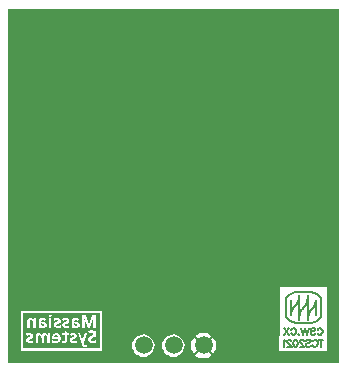
<source format=gbl>
%FSTAX23Y23*%
%MOIN*%
%SFA1B1*%

%IPPOS*%
%ADD27C,0.019680*%
%ADD29C,0.005910*%
%ADD30C,0.196850*%
%ADD31R,0.196850X0.039370*%
%ADD32C,0.059060*%
%LNcsgb-1*%
%LPD*%
G36*
X01102Y01003D02*
D01*
Y00929*
Y00803*
Y00728*
Y0*
X0*
Y00728*
Y01003*
Y01181*
X01102*
Y01003*
G37*
%LNcsgb-2*%
%LPC*%
G36*
X00651Y001D02*
X0064Y00099D01*
X0063Y00095*
X00624Y0009*
X00651Y00064*
X00677Y0009*
X00672Y00095*
X00661Y00099*
X00651Y001*
G37*
G36*
X00312Y00175D02*
X00041D01*
Y00041*
X00312*
Y00175*
G37*
G36*
X01062Y00255D02*
X00905D01*
Y0013*
X00905*
Y00092*
X00904*
Y00041*
X00905*
Y00039*
X01062*
Y00041*
X01063*
Y00092*
X01063*
Y0013*
X01062*
Y00255*
G37*
G36*
X00683Y00085D02*
X00656Y00059D01*
X00683Y00032*
X00687Y00038*
X00691Y00048*
X00692Y00059*
X00691Y00069*
X00687Y00079*
X00683Y00085*
G37*
G36*
X00619D02*
X00615Y00079D01*
X0061Y00069*
X00609Y00059*
X0061Y00048*
X00615Y00038*
X00619Y00032*
X00645Y00059*
X00619Y00085*
G37*
G36*
X00551Y00096D02*
X00541Y00095D01*
X00532Y00091*
X00524Y00085*
X00518Y00077*
X00514Y00068*
X00513Y00059*
X00514Y00049*
X00518Y0004*
X00524Y00032*
X00532Y00026*
X00541Y00022*
X00551Y00021*
X0056Y00022*
X0057Y00026*
X00577Y00032*
X00583Y0004*
X00587Y00049*
X00588Y00059*
X00587Y00068*
X00583Y00077*
X00577Y00085*
X0057Y00091*
X0056Y00095*
X00551Y00096*
G37*
G36*
X00451D02*
X00441Y00095D01*
X00432Y00091*
X00424Y00085*
X00418Y00077*
X00414Y00068*
X00413Y00059*
X00414Y00049*
X00418Y0004*
X00424Y00032*
X00432Y00026*
X00441Y00022*
X00451Y00021*
X0046Y00022*
X0047Y00026*
X00477Y00032*
X00483Y0004*
X00487Y00049*
X00488Y00059*
X00487Y00068*
X00483Y00077*
X00477Y00085*
X0047Y00091*
X0046Y00095*
X00451Y00096*
G37*
G36*
X00651Y00053D02*
X00624Y00027D01*
X0063Y00022*
X0064Y00018*
X00651Y00017*
X00661Y00018*
X00672Y00022*
X00677Y00027*
X00651Y00053*
G37*
G36*
X0006Y00096D02*
Y00095D01*
Y00096*
G37*
G36*
Y00094D02*
Y00093D01*
Y00094*
G37*
G36*
Y00093D02*
Y00091D01*
Y00093*
G37*
G36*
Y00091D02*
Y00089D01*
Y00091*
G37*
G36*
X00205Y00087D02*
Y00087D01*
Y00087*
G37*
G36*
X0006Y00089D02*
Y00087D01*
Y00089*
G37*
G36*
Y00087D02*
Y00086D01*
Y00087*
G37*
G36*
X00205Y00086D02*
Y00086D01*
Y00086*
G37*
G36*
X0006Y00086D02*
Y00086D01*
Y00086*
G37*
G36*
Y00086D02*
Y00084D01*
Y00086*
G37*
G36*
X00205Y00084D02*
Y00083D01*
Y00084*
G37*
G36*
X0006Y00084D02*
Y00083D01*
Y00084*
G37*
G36*
Y00083D02*
Y00081D01*
Y00083*
G37*
G36*
X00205Y00079D02*
Y00079D01*
Y00079*
G37*
G36*
X0006Y00081D02*
Y00079D01*
Y00081*
G37*
G36*
Y00079D02*
Y00077D01*
Y00079*
G37*
%LNcsgb-3*%
%LPD*%
G36*
X00305Y00118D02*
Y00049D01*
X00049*
Y00118*
Y00167*
X00305*
Y00118*
G37*
%LNcsgb-4*%
%LPC*%
G36*
X00145Y00162D02*
Y00158D01*
X00145Y00159*
X00145Y00159*
X00144Y0016*
X00144Y0016*
X00144Y00161*
X00143Y00161*
X00143Y00161*
X00143Y00161*
X00143Y00161*
X00142Y00162*
X00142Y00162*
X00141Y00162*
X00141Y00162*
X0014*
X00139Y00162*
X00139*
X00138Y00162*
X00137Y00161*
X00137Y00161*
X00137Y00161*
X00137Y00161*
X00136Y00161*
X00136Y0016*
X00136Y0016*
X00136Y00159*
X00135Y00159*
X00135Y00158*
Y00157*
X00135Y00157*
X00136Y00156*
X00136Y00156*
X00136Y00155*
X00136Y00155*
X00137Y00154*
X00137Y00154*
X00137Y00154*
X00137Y00154*
X00138Y00154*
X00138Y00154*
X00139Y00154*
X00139Y00154*
X0014Y00153*
X0014*
X00141Y00154*
X00141Y00154*
X00142Y00154*
X00143Y00154*
X00143Y00154*
X00144Y00155*
X00144Y00155*
X00144Y00155*
X00144Y00155*
X00144Y00156*
X00145Y00156*
X00145Y00157*
X00145Y00158*
Y00162*
G37*
G36*
X00225Y0015D02*
X00223D01*
X00223Y0015*
X00222*
X00222Y0015*
X0022Y0015*
X00219Y0015*
X00217Y00149*
X00216Y00148*
X00214Y00147*
X00214*
X00214Y00147*
X00214Y00147*
X00213Y00146*
X00212Y00145*
X00212Y00144*
X00211Y00143*
X00211Y00141*
X00211Y0014*
Y00118*
X00217*
X00218Y00122*
X00219*
X00219Y00122*
X00219Y00122*
X00219Y00121*
X0022Y00121*
X00221Y0012*
X00221Y0012*
X00222Y00119*
X00223Y00119*
X00223Y00119*
X00223Y00118*
X00224Y00118*
X00224Y00118*
X00225Y00118*
X00226Y00118*
X00228Y00118*
X00229Y00118*
X0023*
X0023Y00118*
X00231Y00118*
X00232Y00118*
X00233Y00118*
X00234Y00119*
X00235Y00119*
X00236Y0012*
X00236Y0012*
X00237Y0012*
X00237Y00121*
X00237Y00122*
X00238Y00123*
X00238Y00124*
X00239Y00126*
X00239Y00127*
Y00128*
Y00128*
X00239Y00128*
X00239Y00129*
X00238Y0013*
X00238Y00131*
X00237Y00133*
X00237Y00134*
X00236Y00134*
X00235Y00135*
X00235*
X00235Y00135*
X00235Y00135*
X00235Y00135*
X00234Y00135*
X00234Y00136*
X00233Y00136*
X00233Y00136*
X00232Y00136*
X00231Y00137*
X0023Y00137*
X00229Y00137*
X00228Y00137*
X00227Y00137*
X00226Y00137*
X00225Y00138*
X00219Y00138*
Y00139*
Y00139*
Y00139*
X00219Y0014*
X00219Y0014*
X0022Y00141*
X0022Y00142*
X0022Y00142*
X00221Y00143*
X00221Y00143*
X00221Y00143*
X00221Y00143*
X00222Y00143*
X00222Y00144*
X00223Y00144*
X00223Y00144*
X00224Y00144*
X00225*
X00226Y00144*
X00226Y00144*
X00227Y00144*
X00229Y00143*
X00229*
X00229Y00143*
X0023Y00143*
X0023Y00143*
X00231Y00142*
X00231Y00142*
X00233Y00142*
X00236Y00147*
X00236Y00147*
X00236Y00148*
X00235Y00148*
X00234Y00148*
X00233Y00148*
X00233Y00149*
X00231Y00149*
X0023Y00149*
X0023*
X0023Y00149*
X0023Y0015*
X00229Y0015*
X00228Y0015*
X00227Y0015*
X00226Y0015*
X00225Y0015*
G37*
G36*
X00115D02*
X00113D01*
X00113Y0015*
X00112*
X00112Y0015*
X0011Y0015*
X00109Y0015*
X00107Y00149*
X00106Y00148*
X00104Y00147*
X00104*
X00104Y00147*
X00104Y00147*
X00103Y00146*
X00102Y00145*
X00102Y00144*
X00101Y00143*
X00101Y00141*
X00101Y0014*
Y0014*
Y00118*
Y00118*
X00107*
X00108Y00122*
X00109*
X00109Y00122*
X00109Y00122*
X00109Y00121*
X0011Y00121*
X00111Y0012*
X00111Y0012*
X00112Y00119*
X00113Y00119*
X00113Y00119*
X00113Y00118*
X00114Y00118*
X00114Y00118*
X00115Y00118*
X00116Y00118*
X00118Y00118*
X00119Y00118*
X0012*
X0012Y00118*
X00121Y00118*
X00122Y00118*
X00123Y00118*
X00124Y00119*
X00125Y00119*
X00126Y0012*
X00126Y0012*
X00127Y0012*
X00127Y00121*
X00127Y00122*
X00128Y00123*
X00128Y00124*
X00129Y00126*
X00129Y00127*
Y00128*
X00129Y00128*
X00129Y00129*
X00128Y0013*
X00128Y00131*
X00127Y00133*
X00127Y00134*
X00126Y00134*
X00125Y00135*
X00125*
X00125Y00135*
X00125Y00135*
X00125Y00135*
X00124Y00135*
X00124Y00136*
X00123Y00136*
X00123Y00136*
X00122Y00136*
X00121Y00137*
X0012Y00137*
X00119Y00137*
X00118Y00137*
X00117Y00137*
X00116Y00137*
X00115Y00138*
X00109Y00138*
Y00139*
Y00139*
Y00139*
X00109Y0014*
X00109Y0014*
X0011Y00141*
X0011Y00142*
X0011Y00142*
X00111Y00143*
X00111Y00143*
X00111Y00143*
X00111Y00143*
X00111Y00143*
X00112Y00144*
X00113Y00144*
X00113Y00144*
X00114Y00144*
X00115*
X00116Y00144*
X00116Y00144*
X00117Y00144*
X00119Y00143*
X00119*
X00119Y00143*
X0012Y00143*
X0012Y00143*
X00121Y00142*
X00121Y00142*
X00123Y00142*
X00126Y00147*
X00126Y00147*
X00125Y00148*
X00125Y00148*
X00124Y00148*
X00123Y00148*
X00123Y00149*
X00121Y00149*
X0012Y00149*
X0012*
X0012Y00149*
X0012Y0015*
X00119Y0015*
X00118Y0015*
X00117Y0015*
X00116Y0015*
X00115Y0015*
G37*
G36*
X00291Y00159D02*
X00279D01*
X00269Y00128*
X00269*
X00258Y00159*
X00247*
Y00118*
X00291*
Y00159*
G37*
G36*
X00191Y0015D02*
X0018D01*
X0019*
X0019Y0015*
X00189Y0015*
X00188Y0015*
X00186Y0015*
X00186*
X00185Y00149*
X00185Y00149*
X00184Y00149*
X00183Y00149*
X00182Y00149*
X00181Y00148*
X0018Y00148*
X00183Y00141*
X00183Y00142*
X00183Y00142*
X00184Y00142*
X00184Y00142*
X00185Y00142*
X00186Y00143*
X00187Y00143*
X00187*
X00188Y00143*
X00188Y00143*
X00189Y00144*
X00189Y00144*
X0019Y00144*
X00191Y00144*
X00192*
X00193Y00144*
X00193Y00144*
X00194Y00143*
X00195Y00143*
X00195Y00142*
X00195Y00142*
X00195Y00142*
Y00142*
X00195Y00141*
X00195Y00141*
X00195Y0014*
X00195Y0014*
X00194Y0014*
X00194Y0014*
X00194Y0014*
X00193Y00139*
X00193Y00139*
X00193*
X00193Y00139*
X00192Y00139*
X00192Y00139*
X00191Y00138*
X0019Y00138*
X0019Y00138*
X00189Y00137*
X00188Y00137*
X00188Y00137*
X00188Y00137*
X00187Y00137*
X00186Y00136*
X00185Y00136*
X00184Y00135*
X00184Y00135*
X00184Y00135*
X00183Y00134*
X00183Y00134*
X00182Y00134*
X00182Y00133*
X00181Y00133*
X00181Y00132*
X00181Y00132*
X00181Y00132*
X00181Y00131*
X0018Y00131*
X0018Y0013*
X0018Y00129*
X0018Y00128*
X0018Y00127*
Y00127*
Y00127*
Y00127*
X0018Y00127*
X0018Y00126*
X0018Y00125*
X00181Y00123*
X00181Y00122*
X00182Y00121*
X00183Y00121*
X00183Y0012*
X00183*
X00183Y0012*
X00184Y0012*
X00184Y0012*
X00184Y00119*
X00185Y00119*
X00185Y00119*
X00186Y00119*
X00186Y00119*
X00187Y00118*
X00188Y00118*
X00189Y00118*
X0019Y00118*
X00191Y00118*
X00192Y00118*
X00194*
X00195Y00118*
X00196*
X00197Y00118*
X00198Y00118*
X00199Y00118*
X00199*
X00199Y00118*
X002Y00118*
X002Y00118*
X00201Y00118*
X00202Y00119*
X00204Y00119*
Y00126*
X00204Y00126*
X00203Y00126*
X00203Y00126*
X00202Y00126*
X00201Y00125*
X002Y00125*
X00199Y00125*
X00198Y00124*
X00198*
X00198Y00124*
X00197Y00124*
X00196Y00124*
X00196Y00124*
X00195Y00124*
X00193Y00124*
X00193*
X00192Y00124*
X00192*
X0019Y00124*
X0019Y00124*
X00189Y00124*
X00189Y00125*
X00189Y00125*
X00189Y00125*
X00188Y00126*
X00188Y00126*
X00188Y00126*
Y00127*
Y00127*
X00188Y00127*
X00188Y00127*
X00189Y00128*
X00189Y00128*
X00189Y00128*
X00189Y00129*
X0019Y00129*
X0019Y00129*
X00191Y00129*
X00191Y00129*
X00191Y0013*
X00191Y0013*
X00192Y0013*
X00192Y0013*
X00193Y00131*
X00194Y00131*
X00195Y00131*
X00195Y00131*
X00196Y00132*
X00196Y00132*
X00197Y00132*
X00198Y00133*
X00199Y00133*
X00199Y00134*
X002Y00134*
X002Y00134*
X002Y00134*
X00201Y00134*
X00201Y00135*
X00202Y00135*
X00202Y00136*
X00202Y00136*
X00203Y00137*
X00203Y00137*
X00203Y00137*
X00203Y00138*
X00203Y00138*
X00203Y00139*
X00204Y0014*
X00204Y0014*
X00204Y00141*
Y00142*
Y00142*
X00204Y00142*
X00204Y00143*
X00203Y00144*
X00203Y00145*
X00202Y00146*
X00201Y00147*
X00201Y00148*
X002Y00148*
X002*
X002Y00148*
X002Y00148*
X002Y00148*
X00199Y00148*
X00199Y00149*
X00198Y00149*
X00197Y00149*
X00195Y0015*
X00193Y0015*
X00191Y0015*
G37*
G36*
X00144Y0015D02*
X00136D01*
Y00118*
X00145*
X00144*
Y0015*
G37*
G36*
X00092Y0015D02*
X00063D01*
X00073*
X00073Y0015*
X00073*
X00072Y0015*
X00071Y0015*
X0007Y00149*
X00068Y00149*
X00067Y00148*
X00066Y00147*
X00066Y00147*
X00065Y00147*
X00065Y00146*
X00064Y00145*
X00064Y00144*
X00063Y00143*
X00063Y00143*
X00063Y00142*
X00063Y00141*
X00063Y0014*
Y00118*
X00071*
Y00136*
Y00137*
Y00137*
Y00137*
X00071Y00138*
X00071Y00138*
X00072Y00139*
X00072Y0014*
X00072Y00141*
X00073Y00142*
X00073Y00142*
X00073Y00142*
X00073Y00142*
X00074Y00142*
X00074Y00143*
X00075Y00143*
X00075Y00143*
X00076Y00143*
X00077*
X00077Y00143*
X00078Y00143*
X00079Y00143*
X00079Y00143*
X0008Y00142*
X00081Y00141*
X00082Y00141*
X00082Y0014*
X00082Y0014*
X00082Y00139*
X00082Y00139*
X00083Y00138*
X00083Y00136*
X00083Y00135*
X00083Y00133*
Y00118*
X00092*
Y0015*
X00085*
X00084Y00146*
X00084*
X00084Y00146*
X00083Y00146*
X00083Y00146*
X00083Y00147*
X00082Y00147*
X00081Y00148*
X0008Y00149*
X00079Y00149*
X00079Y00149*
X00079Y00149*
X00078Y00149*
X00078Y0015*
X00077Y0015*
X00076Y0015*
X00075Y0015*
X00074Y0015*
X00092*
G37*
G36*
X00163D02*
X00151D01*
X00162*
X00161Y0015*
X0016Y0015*
X00159Y0015*
X00157Y0015*
X00157*
X00157Y00149*
X00156Y00149*
X00155Y00149*
X00154Y00149*
X00153Y00149*
X00152Y00148*
X00151Y00148*
X00154Y00141*
X00154Y00142*
X00154Y00142*
X00155Y00142*
X00156Y00142*
X00156Y00142*
X00157Y00143*
X00159Y00143*
X00159*
X00159Y00143*
X00159Y00143*
X0016Y00144*
X0016Y00144*
X00161Y00144*
X00163Y00144*
X00163*
X00164Y00144*
X00165Y00144*
X00165Y00143*
X00166Y00143*
X00166Y00142*
X00166Y00142*
X00166Y00142*
Y00142*
X00166Y00141*
X00166Y00141*
X00166Y0014*
X00166Y0014*
X00166Y0014*
X00165Y0014*
X00165Y0014*
X00165Y00139*
X00164Y00139*
X00164*
X00164Y00139*
X00164Y00139*
X00163Y00139*
X00162Y00138*
X00162Y00138*
X00161Y00138*
X0016Y00137*
X0016Y00137*
X00159Y00137*
X00159Y00137*
X00158Y00137*
X00158Y00136*
X00157Y00136*
X00155Y00135*
X00155Y00135*
X00155Y00135*
X00155Y00134*
X00154Y00134*
X00154Y00134*
X00153Y00133*
X00153Y00133*
X00152Y00132*
X00152Y00132*
X00152Y00132*
X00152Y00131*
X00152Y00131*
X00152Y0013*
X00151Y00129*
X00151Y00128*
X00151Y00127*
Y00127*
X00151Y00127*
X00151Y00126*
X00152Y00125*
X00152Y00123*
X00153Y00122*
X00153Y00121*
X00154Y00121*
X00155Y0012*
X00155*
X00155Y0012*
X00155Y0012*
X00155Y0012*
X00155Y00119*
X00156Y00119*
X00156Y00119*
X00157Y00119*
X00158Y00119*
X00158Y00118*
X00159Y00118*
X0016Y00118*
X00161Y00118*
X00162Y00118*
X00163Y00118*
X00166*
X00167Y00118*
X00167*
X00168Y00118*
X00169Y00118*
X0017Y00118*
X0017*
X00171Y00118*
X00171Y00118*
X00172Y00118*
X00172Y00118*
X00173Y00119*
X00175Y00119*
Y00126*
X00175Y00126*
X00175Y00126*
X00174Y00126*
X00173Y00126*
X00173Y00125*
X00172Y00125*
X00171Y00125*
X0017Y00124*
X00169*
X00169Y00124*
X00168Y00124*
X00168Y00124*
X00167Y00124*
X00166Y00124*
X00164Y00124*
X00164*
X00163Y00124*
X00163*
X00162Y00124*
X00161Y00124*
X00161Y00124*
X00161Y00125*
X00161Y00125*
X0016Y00125*
X0016Y00126*
X0016Y00126*
X0016Y00126*
Y00127*
Y00127*
X0016Y00127*
X0016Y00127*
X0016Y00128*
X0016Y00128*
X0016Y00128*
X00161Y00129*
X00161Y00129*
X00161Y00129*
X00162Y00129*
X00162Y00129*
X00162Y0013*
X00163Y0013*
X00163Y0013*
X00164Y0013*
X00164Y00131*
X00165Y00131*
X00166Y00131*
X00167Y00131*
X00167Y00132*
X00167Y00132*
X00168Y00132*
X00169Y00133*
X0017Y00133*
X00171Y00134*
X00171Y00134*
X00171Y00134*
X00172Y00134*
X00172Y00134*
X00172Y00135*
X00173Y00135*
X00173Y00136*
X00174Y00136*
X00174Y00137*
X00174Y00137*
X00174Y00137*
X00174Y00138*
X00175Y00138*
X00175Y00139*
X00175Y0014*
X00175Y0014*
X00175Y00141*
Y00118*
Y00142*
X00175Y00142*
X00175Y00143*
X00175Y00144*
X00174Y00145*
X00174Y00146*
X00173Y00147*
X00172Y00148*
X00172Y00148*
X00172*
X00171Y00148*
X00171Y00148*
X00171Y00148*
X00171Y00148*
X0017Y00149*
X00169Y00149*
X00168Y00149*
X00166Y0015*
X00165Y0015*
X00163Y0015*
G37*
G36*
X00201Y00106D02*
Y00096D01*
X00196Y00099*
X00194Y00106*
X00189*
Y00099*
X0018*
Y00093*
X00189*
Y00077*
Y00077*
Y00077*
X00188Y00077*
X00188Y00076*
X00188Y00075*
X00188Y00075*
X00187Y00075*
X00187*
X00187Y00074*
X00187Y00074*
X00187Y00074*
X00186Y00074*
X00186Y00074*
X00185Y00074*
X00185Y00074*
X00184*
X00183Y00074*
X00182Y00074*
X00182*
X00182Y00074*
X00181Y00074*
X00181Y00074*
X0018Y00074*
X00179Y00075*
Y00106*
Y00067*
X00201*
Y00106*
G37*
G36*
X00071Y001D02*
X0006D01*
Y00096*
Y001*
X0007*
X0007Y00099*
X00069Y00099*
X00068Y00099*
X00066Y00099*
X00066*
X00065Y00099*
X00065Y00099*
X00064Y00099*
X00063Y00098*
X00062Y00098*
X00061Y00098*
X0006Y00097*
X00063Y00091*
X00063Y00091*
X00063Y00091*
X00064Y00091*
X00064Y00091*
X00065Y00092*
X00066Y00092*
X00067Y00093*
X00067*
X00068Y00093*
X00068Y00093*
X00069Y00093*
X00069Y00093*
X0007Y00093*
X00072Y00093*
X00072*
X00073Y00093*
X00073Y00093*
X00074Y00093*
X00075Y00092*
X00075Y00092*
X00075Y00092*
X00075Y00091*
Y00091*
X00075Y00091*
X00075Y0009*
X00075Y0009*
X00075Y0009*
X00074Y00089*
X00074Y00089*
X00074Y00089*
X00073Y00089*
X00073Y00088*
X00073*
X00073Y00088*
X00072Y00088*
X00072Y00088*
X00071Y00088*
X00071Y00087*
X0007Y00087*
X00069Y00087*
X00069Y00087*
X00068Y00086*
X00068Y00086*
X00067Y00086*
X00066Y00086*
X00066Y00085*
X00064Y00084*
X00064Y00084*
X00064Y00084*
X00063Y00084*
X00063Y00083*
X00062Y00083*
X00062Y00083*
X00062Y00082*
X00061Y00081*
X00061Y00081*
X00061Y00081*
X00061Y00081*
X00061Y0008*
X0006Y00079*
X0006Y00079*
X0006Y00078*
X0006Y00077*
Y00077*
Y00067*
Y00076*
X0006Y00076*
X0006Y00075*
X0006Y00074*
X00061Y00073*
X00061Y00072*
X00062Y0007*
X00063Y0007*
X00063Y00069*
X00063*
X00063Y00069*
X00064Y00069*
X00064Y00069*
X00064Y00069*
X00065Y00069*
X00065Y00068*
X00066Y00068*
X00067Y00068*
X00067Y00068*
X00068Y00068*
X00069Y00067*
X0007Y00067*
X00071Y00067*
X00072Y00067*
X0006*
X00075*
X00084*
X00075*
X00075Y00067*
X00076*
X00077Y00067*
X00078Y00067*
X00079Y00067*
X00079*
X0008Y00067*
X0008Y00067*
X00081Y00068*
X00081Y00068*
X00082Y00068*
X00084Y00069*
Y00076*
X00084Y00076*
X00083Y00076*
X00083Y00075*
X00082Y00075*
X00081Y00075*
X0008Y00075*
X00079Y00074*
X00078Y00074*
X00078*
X00078Y00074*
X00077Y00074*
X00077Y00074*
X00076Y00073*
X00075Y00073*
X00073Y00073*
X00073*
X00072Y00073*
X00072*
X00071Y00073*
X0007Y00074*
X0007Y00074*
X00069Y00074*
X00069Y00074*
X00069Y00074*
X00069Y00075*
X00069Y00075*
X00068Y00076*
Y00076*
Y00076*
X00069Y00076*
X00069Y00077*
X00069Y00077*
X00069Y00077*
X00069Y00078*
X0007Y00078*
X0007Y00078*
X0007Y00078*
X00071Y00079*
X00071Y00079*
X00071Y00079*
X00071Y00079*
X00072Y00079*
X00073Y0008*
X00073Y0008*
X00074Y0008*
X00075Y00081*
X00075Y00081*
X00076Y00081*
X00076Y00081*
X00077Y00082*
X00078Y00082*
X00079Y00082*
X00079Y00083*
X0008Y00083*
X0008Y00083*
X0008Y00084*
X00081Y00084*
X00081Y00084*
X00082Y00085*
X00082Y00085*
X00083Y00086*
X00083Y00086*
X00083Y00086*
X00083Y00087*
X00083Y00087*
X00083Y00088*
X00084Y00088*
X00084Y00089*
X00084Y0009*
X00084Y00091*
Y00091*
X00084Y00092*
X00084Y00092*
X00083Y00093*
X00083Y00094*
X00082Y00095*
X00082Y00096*
X00081Y00097*
X0008Y00097*
X0008*
X0008Y00097*
X0008Y00098*
X0008Y00098*
X0008Y00098*
X00079Y00098*
X00078Y00098*
X00077Y00099*
X00075Y00099*
X00073Y00099*
X00071Y001*
G37*
G36*
X00264Y00099D02*
X00254D01*
X00255*
X00249Y00081*
Y00081*
X00249Y00081*
X00249Y00081*
X00249Y0008*
X00248Y0008*
X00248Y00079*
Y00078*
X00248Y00078*
Y00078*
X00248Y00078*
X00248Y00077*
X00248Y00076*
X00248*
Y00076*
Y00076*
X00247Y00076*
X00247Y00077*
X00247Y00078*
X00247Y00079*
Y00079*
X00247Y00079*
X00247Y00079*
X00247Y00079*
X00247Y0008*
X00246Y00081*
X0024Y00099*
X00231*
X00245Y00063*
Y00063*
X00245Y00063*
X00245Y00063*
X00245Y00063*
X00245Y00062*
X00246Y00061*
X00247Y0006*
X00248Y00058*
X00249Y00057*
X0025Y00056*
X0025*
X0025Y00056*
X0025Y00056*
X00251Y00055*
X00252Y00055*
X00253Y00054*
X00255Y00054*
X00256Y00054*
X00258Y00054*
X00264*
X00259*
X0026Y00054*
X0026Y00054*
X0026*
X00261Y00054*
X00262Y00054*
X00262Y00054*
Y00061*
X00262*
X00262Y00061*
X00261Y00061*
X00261Y00061*
X00261*
X0026Y00061*
X0026Y00061*
X00258*
X00258Y00061*
X00257Y00061*
X00257Y00061*
X00256Y00061*
X00255Y00062*
X00254Y00062*
X00254Y00062*
X00254Y00062*
X00254Y00063*
X00254Y00063*
X00253Y00064*
X00253Y00065*
X00253Y00065*
X00252Y00066*
X00252Y00068*
X00264Y00099*
G37*
G36*
X00293Y00109D02*
Y00077D01*
X00293Y00077*
X00293Y00077*
X00292Y00077*
X00292Y00077*
X00291Y00076*
X0029Y00076*
X00288Y00076*
X00287Y00075*
X00287*
X00287Y00075*
X00287Y00075*
X00286Y00075*
X00285Y00075*
X00284Y00074*
X00283Y00074*
X00282Y00074*
X00281Y00074*
X0028*
X0028Y00074*
X00279Y00074*
X00278Y00074*
X00278Y00075*
X00277Y00075*
X00276Y00075*
X00276Y00075*
X00276Y00076*
X00276Y00076*
X00276Y00076*
X00275Y00077*
X00275Y00077*
X00275Y00078*
X00275Y00078*
Y00079*
Y00079*
X00275Y00079*
X00275Y00079*
X00275Y0008*
X00275Y0008*
X00276Y00081*
X00276Y00081*
X00276Y00081*
X00276Y00081*
X00277Y00082*
X00277Y00082*
X00277Y00082*
X00278Y00082*
X00278Y00083*
X00279Y00083*
X00279Y00083*
X00279Y00083*
X0028Y00084*
X0028Y00084*
X00281Y00084*
X00281Y00084*
X00282Y00085*
X00283Y00085*
X00283*
X00283Y00085*
X00284Y00086*
X00284Y00086*
X00284Y00086*
X00285Y00086*
X00286Y00087*
X00286Y00087*
X00286Y00087*
X00287Y00087*
X00287Y00087*
X00288Y00088*
X00289Y00089*
X00289Y00089*
X0029Y00089*
X0029Y0009*
X0029Y0009*
X00291Y00091*
X00291Y00091*
X00292Y00092*
X00292Y00093*
X00292Y00093*
X00292Y00093*
X00292Y00093*
X00292Y00094*
X00293Y00095*
X00293Y00096*
X00293Y00097*
X00293Y00098*
Y00098*
Y00098*
Y00098*
X00293Y00099*
X00293Y00099*
X00293Y00099*
X00292Y00101*
X00292Y00102*
X00291Y00104*
X00291Y00104*
X0029Y00105*
X0029Y00106*
X00289Y00106*
X00289Y00106*
X00289Y00106*
X00289Y00106*
X00288Y00107*
X00288Y00107*
X00288Y00107*
X00287Y00107*
X00286Y00108*
X00286Y00108*
X00285Y00108*
X00283Y00109*
X00281Y00109*
X0028Y00109*
X00278*
X00278Y00109*
X00277*
X00276Y00109*
X00275Y00109*
X00274Y00109*
X00273Y00108*
X00273*
X00272Y00108*
X00272Y00108*
X00271Y00108*
X0027Y00108*
X00269Y00107*
X00268Y00107*
X00267Y00106*
X0027Y001*
X0027Y001*
X0027Y001*
X00271Y001*
X00271Y001*
X00272Y001*
X00273Y00101*
X00275Y00101*
X00275*
X00275Y00101*
X00275Y00102*
X00276Y00102*
X00277Y00102*
X00277Y00102*
X00279Y00102*
X0028*
X0028Y00102*
X00281Y00102*
X00281Y00102*
X00282Y00101*
X00282Y00101*
X00283Y00101*
X00283Y00101*
X00283Y00101*
X00283Y001*
X00284Y001*
X00284Y001*
X00284Y00099*
X00284Y00099*
X00284Y00098*
Y00098*
Y00097*
X00284Y00097*
X00284Y00097*
X00284Y00096*
X00284Y00095*
X00283Y00095*
X00282Y00094*
X00282Y00094*
X00282Y00094*
X00282Y00094*
X00281Y00093*
X0028Y00093*
X00279Y00093*
X00278Y00092*
X00277Y00091*
X00276*
X00276Y00091*
X00276Y00091*
X00275Y00091*
X00275Y0009*
X00274Y0009*
X00273Y00089*
X00272Y00089*
X00271Y00088*
X00271Y00088*
X00271Y00088*
X0027Y00087*
X0027Y00087*
X00269Y00086*
X00269Y00086*
X00268Y00085*
X00268Y00084*
X00268Y00084*
X00267Y00084*
X00267Y00083*
X00267Y00083*
X00267Y00082*
X00267Y00081*
X00267Y0008*
X00266Y00079*
Y00079*
Y00078*
X00267Y00078*
X00267Y00078*
X00267Y00077*
X00267Y00076*
X00267Y00074*
X00268Y00073*
X00269Y00072*
X00269Y00071*
X0027Y00071*
X0027Y0007*
X00271*
X00271Y0007*
X00271Y0007*
X00271Y0007*
X00272Y00069*
X00272Y00069*
X00273Y00069*
X00273Y00069*
X00274Y00068*
X00275Y00068*
X00276Y00068*
X00277Y00067*
X00278Y00067*
X00279Y00067*
X0028Y00067*
X00282Y00067*
X00266*
X00293*
X00282*
X00283Y00067*
X00283*
X00284Y00067*
X00285Y00067*
X00286Y00067*
X00287Y00068*
X00289Y00068*
X00291Y00069*
X00293Y00069*
Y00109*
G37*
G36*
X0016Y001D02*
X00146D01*
Y00067*
Y00081*
X00166*
Y00081*
Y00081*
X00166Y00081*
X00166Y0008*
X00166Y00079*
X00166Y00078*
X00165Y00077*
X00165Y00076*
X00164Y00075*
X00164Y00075*
X00164Y00075*
X00163Y00075*
X00162Y00074*
X00162Y00074*
X00161Y00074*
X0016Y00073*
X00158Y00073*
X00157*
X00156Y00073*
X00156Y00073*
X00155Y00074*
X00153Y00074*
X00153*
X00152Y00074*
X00152Y00074*
X00151Y00074*
X0015Y00075*
X0015Y00075*
X00148Y00076*
Y00069*
X00148Y00069*
X00148Y00069*
X00148Y00069*
X00149Y00068*
X0015Y00068*
X00151Y00068*
X00153Y00067*
X00153*
X00153Y00067*
X00154Y00067*
X00154Y00067*
X00155Y00067*
X00156Y00067*
X00157Y00067*
X00146*
X00175*
X0016*
X0016Y00067*
X0016*
X00162Y00067*
X00163Y00067*
X00164Y00068*
X00166Y00068*
X00167Y00069*
X00167*
X00167Y00069*
X00168Y00069*
X00168Y00069*
X00169Y0007*
X0017Y00071*
X00171Y00072*
X00172Y00073*
X00173Y00074*
Y00074*
X00173Y00074*
X00173Y00074*
X00173Y00075*
X00173Y00075*
X00173Y00075*
X00174Y00076*
X00174Y00078*
X00175Y00079*
X00175Y00081*
X00175Y00083*
Y00084*
X00175Y00084*
Y00085*
X00175Y00086*
X00174Y00088*
X00174Y00089*
X00174Y00091*
X00173Y00092*
Y00092*
X00173Y00092*
X00173Y00093*
X00172Y00093*
X00172Y00094*
X00171Y00095*
X0017Y00096*
X00169Y00097*
X00168Y00098*
X00168*
X00168Y00098*
X00167Y00098*
X00166Y00098*
X00165Y00099*
X00164Y00099*
X00163Y00099*
X00162Y00099*
X0016Y001*
G37*
G36*
X00139D02*
X00091D01*
Y00067*
X00107*
X00099*
Y00086*
Y00086*
Y00086*
Y00086*
X001Y00087*
X001Y00087*
X001Y00088*
X001Y00089*
X00101Y0009*
X00101Y00091*
X00101Y00092*
X00102Y00092*
X00103Y00092*
X00103Y00093*
X00104Y00093*
X00105*
X00105Y00093*
X00106Y00092*
X00107Y00092*
X00108Y00092*
X00108Y00091*
X00109Y0009*
X00109Y0009*
X00109Y0009*
X00109Y00089*
X0011Y00088*
X0011Y00087*
X0011Y00086*
X0011Y00085*
X00111Y00083*
Y00067*
X00122*
X00119*
Y00086*
Y00086*
Y00086*
Y00086*
X00119Y00087*
X00119Y00087*
X00119Y00088*
X0012Y00089*
X0012Y0009*
X00121Y00091*
X00121Y00092*
X00122Y00092*
X00122Y00092*
X00123Y00093*
X00124Y00093*
X00124*
X00124Y00093*
X00125Y00093*
X00126Y00092*
X00127Y00092*
X00127Y00092*
X00128Y00091*
X00129Y0009*
X00129Y0009*
X00129Y00089*
X00129Y00089*
X00129Y00088*
X0013Y00087*
X0013Y00086*
X0013Y00084*
X0013Y00082*
Y00067*
X00139*
Y00099*
X00132*
X00131Y00095*
X00131*
X0013Y00095*
X0013Y00095*
X0013Y00096*
X0013Y00096*
X00129Y00097*
X00128Y00097*
X00127Y00098*
X00127Y00098*
X00126Y00099*
X00126Y00099*
X00126Y00099*
X00125Y00099*
X00124Y00099*
X00123Y00099*
X00122Y00099*
X00121Y001*
X00139*
G37*
G36*
X00216D02*
X00215D01*
X00214Y00099*
X00214Y00099*
X00213Y00099*
X00211Y00099*
X0021*
X0021Y00099*
X0021Y00099*
X00209Y00099*
X00208Y00098*
X00207Y00098*
X00206Y00098*
X00205Y00097*
X00208Y00091*
X00208Y00091*
X00208Y00091*
X00209Y00091*
X00209Y00091*
X0021Y00092*
X00211Y00092*
X00212Y00093*
X00212*
X00213Y00093*
X00213Y00093*
X00213Y00093*
X00214Y00093*
X00215Y00093*
X00216Y00093*
X00217*
X00217Y00093*
X00218Y00093*
X00219Y00093*
X00219Y00092*
X0022Y00092*
X0022Y00092*
X0022Y00091*
Y00091*
X0022Y00091*
X0022Y0009*
X0022Y0009*
X0022Y0009*
X00219Y00089*
X00219Y00089*
X00219Y00089*
X00218Y00089*
X00218Y00088*
X00218*
X00217Y00088*
X00217Y00088*
X00217Y00088*
X00216Y00088*
X00215Y00087*
X00214Y00087*
X00214Y00087*
X00213Y00087*
X00213Y00086*
X00213Y00086*
X00212Y00086*
X00211Y00086*
X0021Y00085*
X00209Y00084*
X00209Y00084*
X00209Y00084*
X00208Y00084*
X00208Y00083*
X00207Y00083*
X00207Y00083*
X00206Y00082*
X00206Y00081*
X00206Y00081*
X00206Y00081*
X00206Y00081*
X00205Y0008*
X00205Y00079*
X00205Y00079*
X00205Y00078*
X00205Y00077*
Y00076*
X00205Y00076*
X00205Y00075*
X00205Y00074*
X00206Y00073*
X00206Y00072*
X00207Y0007*
X00208Y0007*
X00208Y00069*
X00208*
X00208Y00069*
X00208Y00069*
X00209Y00069*
X00209Y00069*
X0021Y00069*
X0021Y00068*
X00211Y00068*
X00211Y00068*
X00212Y00068*
X00213Y00068*
X00214Y00067*
X00215Y00067*
X00216Y00067*
X00217Y00067*
X00205*
X00229*
Y00091*
X00229Y00092*
X00228Y00092*
X00228Y00093*
X00228Y00094*
X00227Y00095*
X00226Y00096*
X00226Y00097*
X00225Y00097*
X00225*
X00225Y00097*
X00225Y00098*
X00225Y00098*
X00224Y00098*
X00224Y00098*
X00223Y00098*
X00222Y00099*
X0022Y00099*
X00218Y00099*
X00216Y001*
G37*
%LNcsgb-5*%
%LPD*%
G36*
X00223Y00133D02*
X00223D01*
X00223Y00132*
X00224Y00132*
X00225Y00132*
X00226Y00132*
X00227Y00132*
X00228Y00131*
X00228Y00131*
X00229Y00131*
X00229Y00131*
X00229Y0013*
X00229Y0013*
X0023Y0013*
X0023Y00129*
X0023Y00128*
X0023Y00127*
Y00127*
Y00127*
X0023Y00127*
X0023Y00126*
X0023Y00126*
X0023Y00125*
X00229Y00125*
X00229Y00125*
X00229*
X00229Y00124*
X00228Y00124*
X00228Y00124*
X00228Y00124*
X00227Y00124*
X00227Y00124*
X00226Y00124*
X00225*
X00225Y00124*
X00224Y00124*
X00224Y00124*
X00223Y00124*
X00222Y00125*
X00221Y00125*
X00221Y00125*
X00221Y00126*
X00221Y00126*
X0022Y00127*
X0022Y00127*
X0022Y00128*
X00219Y00129*
X00219Y0013*
Y00133*
X00223Y00133*
G37*
G36*
X00113D02*
X00113D01*
X00113Y00132*
X00114Y00132*
X00115Y00132*
X00116Y00132*
X00117Y00132*
X00118Y00131*
X00118Y00131*
X00118Y00131*
X00119Y00131*
X00119Y0013*
X00119Y0013*
X0012Y0013*
X0012Y00129*
X0012Y00128*
X0012Y00127*
Y00127*
Y00127*
X0012Y00127*
X0012Y00126*
X0012Y00126*
X0012Y00125*
X00119Y00125*
X00119Y00125*
X00119*
X00119Y00124*
X00118Y00124*
X00118Y00124*
X00118Y00124*
X00117Y00124*
X00117Y00124*
X00116Y00124*
X00115*
X00115Y00124*
X00114Y00124*
X00114Y00124*
X00113Y00124*
X00112Y00125*
X00111Y00125*
X00111Y00125*
X00111Y00126*
X00111Y00126*
X0011Y00127*
X0011Y00127*
X0011Y00128*
X00109Y00129*
X00109Y0013*
Y00133*
X00113Y00133*
G37*
G36*
X00283Y0015D02*
Y0015D01*
Y0015*
X00283Y0015*
Y00149*
Y00148*
X00283Y00148*
Y00147*
Y00147*
Y00146*
X00283Y00146*
Y00145*
X00283Y00145*
Y00144*
X00283Y00143*
Y00142*
Y00142*
Y00141*
X00283Y00141*
Y0014*
Y0014*
X00283Y00139*
Y00137*
Y00118*
X00273*
X00283Y0015*
X00283*
Y0015*
G37*
G36*
X00265Y00118D02*
X00255D01*
Y00138*
Y00138*
Y00138*
Y00138*
Y00139*
Y0014*
Y0014*
X00255Y00141*
Y00142*
Y00142*
Y00142*
X00255Y00143*
Y00144*
X00254Y00144*
Y00145*
X00254Y00147*
Y00147*
Y00147*
Y00148*
X00254Y00148*
Y00149*
X00254Y0015*
Y0015*
X00254*
X00265Y00118*
G37*
G36*
X00201Y00067D02*
X00188D01*
X00188Y00067*
X00189Y00067*
X0019Y00067*
X00191Y00067*
X00191Y00068*
X00192Y00068*
X00192Y00068*
X00193Y00068*
X00193Y00068*
X00194Y00069*
X00194Y00069*
X00195Y00069*
X00195Y0007*
X00196Y00071*
X00196Y00071*
X00196Y00071*
X00196Y00072*
X00196Y00073*
X00197Y00074*
X00197Y00075*
X00197Y00076*
X00197Y00077*
Y00093*
X00201*
Y00067*
G37*
G36*
X0018Y00068D02*
X0018Y00068D01*
X0018Y00068*
X00181Y00068*
X00181Y00068*
X00182Y00067*
X00183Y00067*
X00183*
X00183Y00067*
X00184Y00067*
X00184*
X00185Y00067*
X00186Y00067*
X00186Y00067*
X00179*
Y00068*
X00179*
X0018Y00068*
G37*
G36*
X00161Y00093D02*
X00161Y00093D01*
X00162Y00093*
X00163Y00093*
X00163Y00092*
X00164Y00092*
X00164Y00092*
X00164Y00092*
X00165Y00091*
X00165Y00091*
X00165Y0009*
X00166Y00089*
X00166Y00088*
X00166Y00087*
X00154*
Y00087*
Y00087*
X00154Y00088*
X00154Y00088*
X00154Y00089*
X00155Y0009*
X00155Y00091*
X00155Y00092*
X00155Y00092*
X00156Y00092*
X00156Y00092*
X00157Y00092*
X00157Y00093*
X00158Y00093*
X00159Y00093*
X0016Y00093*
X0016*
X00161Y00093*
G37*
G36*
X00159Y00099D02*
X00158Y00099D01*
X00158Y00099*
X00156Y00099*
X00155Y00099*
X00153Y00098*
X00152Y00098*
X00151Y00097*
X0015Y00096*
X0015Y00096*
X0015Y00096*
X0015Y00096*
X00149Y00095*
X00149Y00095*
X00149Y00095*
X00148Y00094*
X00148Y00094*
X00148Y00093*
X00147Y00092*
X00147Y00092*
X00147Y00091*
X00146Y0009*
X00146Y00089*
X00146Y00088*
X00146Y00086*
X00146Y00085*
Y001*
X00159*
X00159Y00099*
G37*
G36*
X0012D02*
X00119Y00099D01*
X00118Y00099*
X00117Y00099*
X00116Y00099*
X00116Y00098*
X00115Y00098*
X00115Y00098*
X00115Y00098*
X00114Y00098*
X00114Y00097*
X00113Y00096*
X00112Y00096*
X00112Y00095*
X00111*
X00111Y00095*
X00111Y00095*
X0011Y00096*
X0011Y00096*
X00109Y00097*
X00109Y00097*
X00108Y00098*
X00107Y00098*
X00107Y00099*
X00107Y00099*
X00106Y00099*
X00105Y00099*
X00105Y00099*
X00104Y00099*
X00103Y00099*
X00102Y001*
X00121*
X0012Y00099*
G37*
G36*
X00101D02*
X001D01*
X001Y00099*
X00099Y00099*
X00097Y00099*
X00096Y00098*
X00095Y00098*
X00094Y00097*
X00093Y00097*
X00093Y00096*
X00093Y00096*
X00092Y00095*
X00092Y00093*
X00091Y00093*
X00091Y00092*
X00091Y00091*
X00091Y0009*
X00091Y00089*
Y001*
X00101*
X00101Y00099*
G37*
G36*
X00229Y00067D02*
X00219D01*
X0022Y00067*
X00221*
X00222Y00067*
X00223Y00067*
X00224Y00067*
X00224*
X00224Y00067*
X00225Y00067*
X00225Y00068*
X00226Y00068*
X00227Y00068*
X00229Y00069*
Y00076*
X00228Y00076*
X00228Y00076*
X00228Y00075*
X00227Y00075*
X00226Y00075*
X00225Y00075*
X00224Y00074*
X00223Y00074*
X00223*
X00223Y00074*
X00222Y00074*
X00221Y00074*
X00221Y00073*
X0022Y00073*
X00218Y00073*
X00217*
X00217Y00073*
X00217*
X00215Y00073*
X00215Y00074*
X00214Y00074*
X00214Y00074*
X00214Y00074*
X00214Y00074*
X00213Y00075*
X00213Y00075*
X00213Y00076*
Y00076*
Y00076*
X00213Y00076*
X00213Y00077*
X00214Y00077*
X00214Y00077*
X00214Y00078*
X00214Y00078*
X00215Y00078*
X00215Y00078*
X00216Y00079*
X00216Y00079*
X00216Y00079*
X00216Y00079*
X00217Y00079*
X00217Y0008*
X00218Y0008*
X00219Y0008*
X0022Y00081*
X0022Y00081*
X00221Y00081*
X00221Y00081*
X00222Y00082*
X00223Y00082*
X00223Y00082*
X00224Y00083*
X00225Y00083*
X00225Y00083*
X00225Y00084*
X00226Y00084*
X00226Y00084*
X00226Y00085*
X00227Y00085*
X00227Y00086*
X00228Y00086*
X00228Y00086*
X00228Y00087*
X00228Y00087*
X00228Y00088*
X00228Y00088*
X00229Y00089*
X00229Y0009*
X00229Y00091*
Y00067*
G37*
G54D27*
X00984Y00757D03*
X00944D03*
X01023D03*
X01062D03*
X00974Y0098D03*
X00935D03*
X01013D03*
X01053D03*
X00078Y00974D03*
X00039D03*
X00118D03*
X00157D03*
Y00757D03*
X00118D03*
X00039D03*
X00078D03*
X00724Y01112D03*
X00718Y01082D03*
X00767Y01009D03*
X00797Y01003D03*
Y01161D03*
X00767Y01155D03*
X00852Y01027D03*
X00869Y01112D03*
X00875Y01082D03*
X00724Y01052D03*
X00869D03*
X00852Y01138D03*
X00741Y01027D03*
X00827Y01009D03*
Y01155D03*
X00741Y01138D03*
X00728Y00354D03*
Y00255D03*
X00019Y00954D03*
Y00777D03*
Y01161D03*
Y00728D03*
Y00098D03*
Y00255D03*
Y00177D03*
Y00413D03*
Y00334D03*
Y0057D03*
Y00492D03*
Y00649D03*
Y01003D03*
Y01082D03*
Y00019D03*
X00059Y00954D03*
Y00777D03*
X01082Y01082D03*
Y01003D03*
Y00649D03*
Y00492D03*
Y0057D03*
Y00334D03*
Y00413D03*
Y00177D03*
Y00255D03*
Y00098D03*
Y00728D03*
Y00019D03*
X00669Y01161D03*
X00433D03*
X00511D03*
X0059D03*
X00232Y01052D03*
Y01112D03*
X00274Y01009D03*
X0036Y01027D03*
X00377Y01052D03*
Y01112D03*
X0036Y01138D03*
X00226Y01082D03*
X00305Y01003D03*
Y01161D03*
X00274Y01155D03*
X00383Y01082D03*
X00335Y01009D03*
X00249Y01027D03*
Y01138D03*
X00335Y01155D03*
X00807Y00255D03*
Y00354D03*
X0059D03*
Y00196D03*
X00433Y00354D03*
Y00196D03*
X00354Y00354D03*
Y00196D03*
X00206D03*
Y00354D03*
X00728Y00698D03*
Y00738D03*
X00807D03*
Y00698D03*
X00551Y00482D03*
Y00521D03*
Y00561D03*
Y006D03*
X00964Y00442D03*
Y00639D03*
X00649Y00423D03*
X0061D03*
Y00659D03*
X00649D03*
X00728Y00423D03*
X00688D03*
X00728Y00659D03*
X00688D03*
X00807Y00423D03*
Y00659D03*
X00885Y00423D03*
X00846D03*
Y00659D03*
X00885D03*
X00925Y00423D03*
Y00659D03*
X0057Y00442D03*
Y00639D03*
X00984Y00482D03*
Y00521D03*
Y00561D03*
Y006D03*
X00177Y01161D03*
X00098D03*
X01082D03*
X00925D03*
X01003D03*
X00255Y00019D03*
X00334D03*
X00098D03*
X00177D03*
X00846Y00019D03*
X00767D03*
X01003D03*
X00925D03*
X00551Y00816D03*
X00649Y00777D03*
X00688D03*
X00728D03*
X00885D03*
X00846D03*
X00807D03*
X01003D03*
X00964D03*
X00925D03*
X01082D03*
X01043D03*
Y00954D03*
X01082D03*
X00925D03*
X00964D03*
X01003D03*
X00807D03*
X00846D03*
X00885D03*
X00767D03*
X00728D03*
X00688D03*
X00649D03*
X0061D03*
X0057D03*
X0061Y00777D03*
X0057D03*
X00531Y00954D03*
X00492D03*
X00551Y00915D03*
X00531Y00777D03*
X00492D03*
X00452Y00954D03*
X00413D03*
X00374D03*
X00334D03*
X00216D03*
X00255D03*
X00295D03*
X00098D03*
X00137D03*
X00177D03*
Y00777D03*
X00137D03*
X00098D03*
X00295D03*
X00255D03*
X00216D03*
X00334D03*
X00374D03*
X00413D03*
X00452D03*
G54D29*
X00931Y00148D02*
D01*
X00933Y00146*
X00936Y00144*
X00938Y00142*
X00941Y0014*
X00944Y00139*
X00947Y00137*
X00951Y00136*
X00954Y00136*
X00957Y00135*
X0096Y00134*
X00964Y00134*
X00965Y00134*
X01003D02*
D01*
X01006Y00134*
X0101Y00135*
X01013Y00135*
X01016Y00136*
X01019Y00137*
X01022Y00138*
X01026Y0014*
X01028Y00142*
X01031Y00143*
X01034Y00146*
X01036Y00148*
X01037Y00148*
X00965Y00238D02*
D01*
X00961Y00237*
X00958Y00237*
X00955Y00237*
X00951Y00236*
X00948Y00235*
X00945Y00233*
X00942Y00232*
X00939Y0023*
X00936Y00228*
X00934Y00226*
X00931Y00224*
X00931Y00223*
X01037D02*
D01*
X01034Y00226*
X01032Y00228*
X01029Y0023*
X01026Y00232*
X01023Y00233*
X0102Y00234*
X01017Y00235*
X01014Y00236*
X0101Y00237*
X01007Y00237*
X01004Y00238*
X01003Y00238*
X00954Y00188D02*
D01*
X00952Y00186*
X0095Y00184*
X00948Y00181*
X00947Y00179*
X00946Y00177*
X00945Y00174*
X00944Y00171*
X00943Y00169*
X00942Y00166*
X00942Y00163*
X00942Y0016*
X00942Y00159*
X01012Y00179D02*
D01*
X01014Y00181*
X01016Y00184*
X01018Y00187*
X0102Y0019*
X01021Y00193*
X01023Y00196*
X01024Y00199*
X01024Y00202*
X01025Y00205*
X01025Y00208*
X01026Y00212*
X01026Y00212*
X00925Y00162D02*
D01*
X00925Y0016*
X00925Y00159*
X00926Y00158*
X00926Y00156*
X00926Y00155*
X00927Y00154*
X00927Y00153*
X00928Y00152*
X00929Y00151*
X00929Y0015*
X0093Y00149*
X00931Y00148*
X00984Y00185D02*
D01*
X00981Y00182*
X00979Y0018*
X00977Y00177*
X00976Y00174*
X00974Y00171*
X00973Y00168*
X00972Y00165*
X00971Y00162*
X0097Y00158*
X0097Y00155*
X0097Y00152*
X0097Y00151*
X01012Y00179D02*
D01*
X01009Y00176*
X01007Y00174*
X01005Y00171*
X01004Y00168*
X01002Y00165*
X01001Y00162*
X01Y00159*
X00999Y00156*
X00998Y00153*
X00998Y0015*
X00998Y00146*
X00998Y00145*
X01037Y00148D02*
D01*
X01038Y00149*
X01039Y0015*
X01039Y00151*
X0104Y00153*
X01041Y00154*
X01041Y00155*
X01042Y00156*
X01042Y00157*
X01042Y00159*
X01042Y0016*
X01042Y00161*
X01042Y00162*
X00931Y00223D02*
D01*
X0093Y00223*
X00929Y00222*
X00928Y0022*
X00927Y00219*
X00927Y00218*
X00926Y00217*
X00926Y00216*
X00926Y00215*
X00925Y00213*
X00925Y00212*
X00925Y00211*
X00925Y0021*
X00956Y0019D02*
D01*
X00958Y00193*
X0096Y00195*
X00962Y00198*
X00964Y00201*
X00965Y00204*
X00967Y00207*
X00968Y0021*
X00969Y00213*
X00969Y00216*
X0097Y0022*
X0097Y00223*
X0097Y00224*
X00984Y00185D02*
D01*
X00986Y00187*
X00988Y0019*
X0099Y00192*
X00992Y00195*
X00993Y00198*
X00995Y00201*
X00996Y00204*
X00996Y00208*
X00997Y00211*
X00998Y00214*
X00998Y00217*
X00998Y00218*
X01042Y0021D02*
D01*
X01042Y00212*
X01042Y00213*
X01042Y00214*
X01042Y00215*
X01041Y00217*
X01041Y00218*
X0104Y00219*
X0104Y0022*
X01039Y00221*
X01038Y00222*
X01037Y00223*
X01037Y00223*
X00942Y00159D02*
Y00212D01*
X01026Y00159D02*
Y00212D01*
X0097Y00145D02*
Y00226D01*
X00998Y00145D02*
Y00226D01*
X0097Y00218D02*
Y00226D01*
X00998Y00218D02*
Y00226D01*
Y00218D02*
Y00226D01*
X0097Y00224D02*
Y00226D01*
X00925Y00162D02*
Y00187D01*
Y0021*
X00998Y00238D02*
X01003D01*
X00965D02*
X00998D01*
X00954Y00188D02*
X00956Y0019D01*
X01012Y00179D02*
X01012Y00179D01*
X00998Y00134D02*
X01003D01*
X00965D02*
X00998D01*
X01042Y00162D02*
Y00185D01*
Y0021*
X01042Y00078D02*
Y00055D01*
X0105Y00078D02*
X01034D01*
X01014Y00073D02*
X01015Y00075D01*
X01018Y00077*
X0102Y00078*
X01024*
X01027Y00077*
X01029Y00075*
X0103Y00073*
X01031Y00069*
Y00064*
X0103Y0006*
X01029Y00058*
X01027Y00056*
X01024Y00055*
X0102*
X01018Y00056*
X01015Y00058*
X01014Y0006*
X00992Y00075D02*
X00994Y00077D01*
X00997Y00078*
X01002*
X01005Y00077*
X01008Y00075*
Y00073*
X01006Y0007*
X01005Y00069*
X01003Y00068*
X00996Y00066*
X00994Y00065*
X00993Y00064*
X00992Y00061*
Y00058*
X00994Y00056*
X00997Y00055*
X01002*
X01005Y00056*
X01008Y00058*
X00985Y00073D02*
Y00074D01*
X00984Y00076*
X00983Y00077*
X00981Y00078*
X00976*
X00974Y00077*
X00973Y00076*
X00972Y00074*
Y00071*
X00973Y00069*
X00975Y00066*
X00987Y00055*
X00971*
X00959Y00078D02*
X00962Y00077D01*
X00964Y00074*
X00966Y00068*
Y00065*
X00964Y00059*
X00962Y00056*
X00959Y00055*
X00957*
X00953Y00056*
X00951Y00059*
X0095Y00065*
Y00068*
X00951Y00074*
X00953Y00077*
X00957Y00078*
X00959*
X00943Y00073D02*
Y00074D01*
X00942Y00076*
X00941Y00077*
X00939Y00078*
X00934*
X00932Y00077*
X00931Y00076*
X0093Y00074*
Y00071*
X00931Y00069*
X00933Y00066*
X00945Y00055*
X00929*
X00923Y00074D02*
X00921Y00075D01*
X00918Y00078*
Y00055*
X01031Y00112D02*
X01034Y00115D01*
X01037Y00116*
X01041*
X01044Y00115*
X01047Y00112*
X01049Y00107*
Y00104*
X01047Y001*
X01044Y00097*
X01041Y00095*
X01037*
X01034Y00097*
X01031Y001*
X01008Y00112D02*
X01009Y00115D01*
X01014Y00116*
X01018*
X01023Y00115*
X01024Y00112*
X01023Y00109*
X0102Y00107*
X01012Y00106*
X01009Y00104*
X01008Y00101*
Y001*
X01009Y00097*
X01014Y00095*
X01018*
X01023Y00097*
X01024Y001*
X01001Y00116D02*
X00995Y00095D01*
X00989Y00116D02*
X00995Y00095D01*
X00989Y00116D02*
X00983Y00095D01*
X00977Y00116D02*
X00983Y00095D01*
X00968Y00098D02*
X0097Y00097D01*
X00968Y00095*
X00967Y00097*
X00968Y00098*
X00942Y00112D02*
X00945Y00115D01*
X00948Y00116*
X00952*
X00955Y00115*
X00958Y00112*
X0096Y00107*
Y00104*
X00958Y001*
X00955Y00097*
X00952Y00095*
X00948*
X00945Y00097*
X00942Y001*
X00935Y00116D02*
X00919Y00095D01*
Y00116D02*
X00935Y00095D01*
G54D30*
X00797Y01082D03*
X00305D03*
G54D31*
X00994Y0096D03*
Y00771D03*
G54D32*
X00451Y00059D03*
X00551D03*
X00651D03*
M02*
</source>
